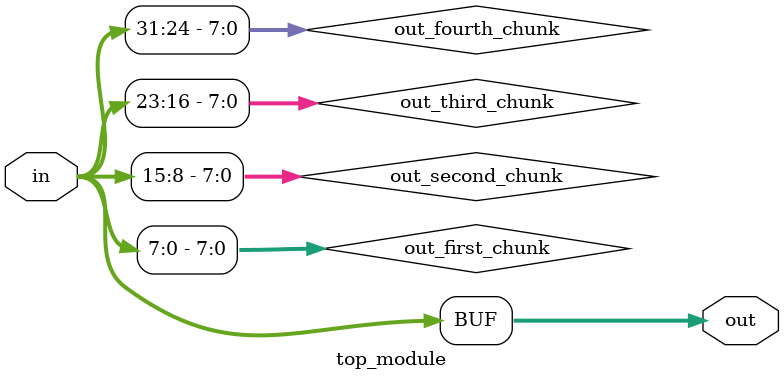
<source format=sv>
module top_module (
    input [31:0] in,
    output [31:0] out
);
    
    reg [7:0] out_first_chunk;
    reg [7:0] out_second_chunk;
    reg [7:0] out_third_chunk;
    reg [7:0] out_fourth_chunk;
    
    always @(in)
    begin
        out_first_chunk = in[7:0];
        out_second_chunk = in[15:8];
        out_third_chunk = in[23:16];
        out_fourth_chunk = in[31:24];
        out = {out_fourth_chunk, out_third_chunk, out_second_chunk, out_first_chunk};
    end
    
endmodule

</source>
